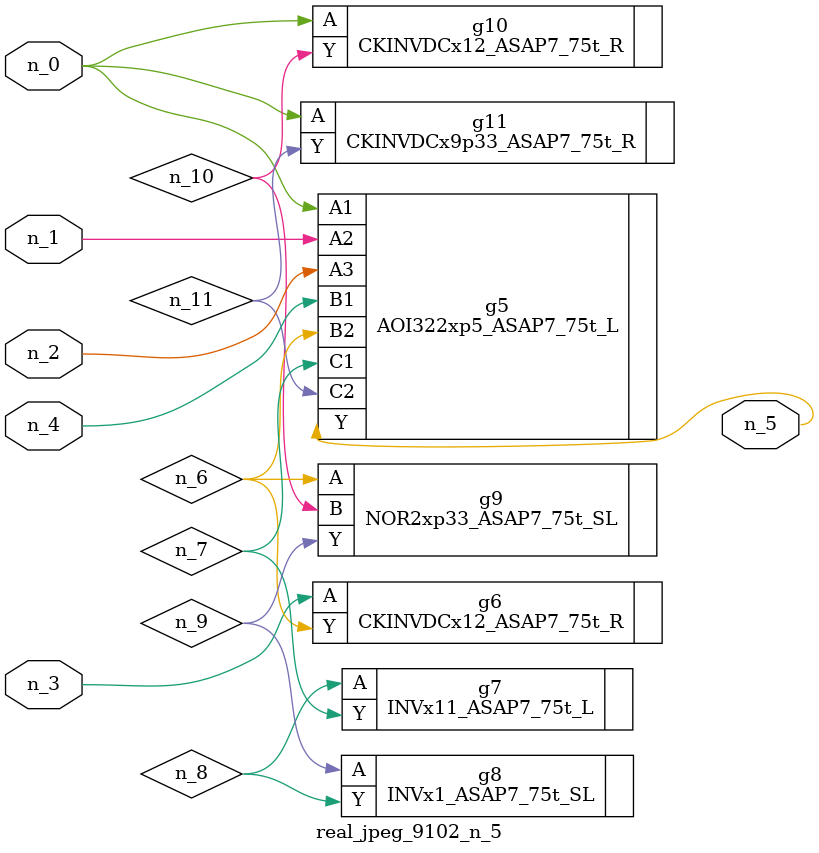
<source format=v>
module real_jpeg_9102_n_5 (n_4, n_0, n_1, n_2, n_3, n_5);

input n_4;
input n_0;
input n_1;
input n_2;
input n_3;

output n_5;

wire n_8;
wire n_11;
wire n_6;
wire n_7;
wire n_10;
wire n_9;

AOI322xp5_ASAP7_75t_L g5 ( 
.A1(n_0),
.A2(n_1),
.A3(n_2),
.B1(n_4),
.B2(n_6),
.C1(n_7),
.C2(n_11),
.Y(n_5)
);

CKINVDCx12_ASAP7_75t_R g10 ( 
.A(n_0),
.Y(n_10)
);

CKINVDCx9p33_ASAP7_75t_R g11 ( 
.A(n_0),
.Y(n_11)
);

CKINVDCx12_ASAP7_75t_R g6 ( 
.A(n_3),
.Y(n_6)
);

NOR2xp33_ASAP7_75t_SL g9 ( 
.A(n_6),
.B(n_10),
.Y(n_9)
);

INVx11_ASAP7_75t_L g7 ( 
.A(n_8),
.Y(n_7)
);

INVx1_ASAP7_75t_SL g8 ( 
.A(n_9),
.Y(n_8)
);


endmodule
</source>
